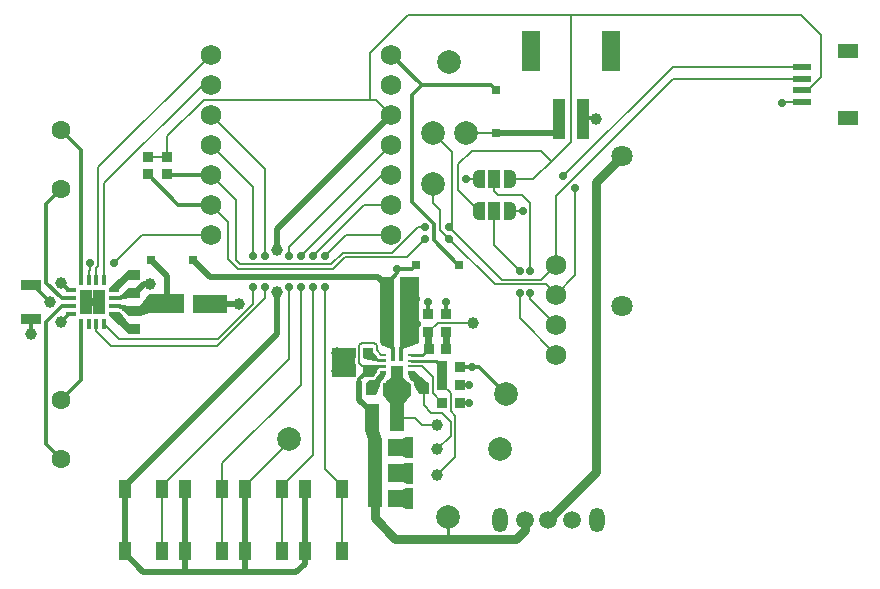
<source format=gbr>
%TF.GenerationSoftware,KiCad,Pcbnew,7.0.8*%
%TF.CreationDate,2024-01-07T13:32:43-05:00*%
%TF.ProjectId,destinationAutomation_v4.5,64657374-696e-4617-9469-6f6e4175746f,02*%
%TF.SameCoordinates,Original*%
%TF.FileFunction,Copper,L1,Top*%
%TF.FilePolarity,Positive*%
%FSLAX46Y46*%
G04 Gerber Fmt 4.6, Leading zero omitted, Abs format (unit mm)*
G04 Created by KiCad (PCBNEW 7.0.8) date 2024-01-07 13:32:43*
%MOMM*%
%LPD*%
G01*
G04 APERTURE LIST*
G04 Aperture macros list*
%AMFreePoly0*
4,1,19,0.550000,-0.750000,0.000000,-0.750000,0.000000,-0.744911,-0.071157,-0.744911,-0.207708,-0.704816,-0.327430,-0.627875,-0.420627,-0.520320,-0.479746,-0.390866,-0.500000,-0.250000,-0.500000,0.250000,-0.479746,0.390866,-0.420627,0.520320,-0.327430,0.627875,-0.207708,0.704816,-0.071157,0.744911,0.000000,0.744911,0.000000,0.750000,0.550000,0.750000,0.550000,-0.750000,0.550000,-0.750000,
$1*%
%AMFreePoly1*
4,1,19,0.000000,0.744911,0.071157,0.744911,0.207708,0.704816,0.327430,0.627875,0.420627,0.520320,0.479746,0.390866,0.500000,0.250000,0.500000,-0.250000,0.479746,-0.390866,0.420627,-0.520320,0.327430,-0.627875,0.207708,-0.704816,0.071157,-0.744911,0.000000,-0.744911,0.000000,-0.750000,-0.550000,-0.750000,-0.550000,0.750000,0.000000,0.750000,0.000000,0.744911,0.000000,0.744911,
$1*%
%AMFreePoly2*
4,1,9,-0.250000,0.372500,0.250000,0.372500,0.250000,0.750000,0.500000,0.750000,0.500000,-0.250000,-0.500000,-0.250000,-0.500000,0.750000,-0.250000,0.750000,-0.250000,0.372500,-0.250000,0.372500,$1*%
G04 Aperture macros list end*
%TA.AperFunction,SMDPad,CuDef*%
%ADD10R,0.820000X0.929000*%
%TD*%
%TA.AperFunction,SMDPad,CuDef*%
%ADD11R,0.970000X0.871000*%
%TD*%
%TA.AperFunction,SMDPad,CuDef*%
%ADD12R,0.871000X0.970000*%
%TD*%
%TA.AperFunction,ComponentPad*%
%ADD13C,2.000000*%
%TD*%
%TA.AperFunction,SMDPad,CuDef*%
%ADD14FreePoly0,180.000000*%
%TD*%
%TA.AperFunction,SMDPad,CuDef*%
%ADD15R,1.000000X1.500000*%
%TD*%
%TA.AperFunction,SMDPad,CuDef*%
%ADD16FreePoly1,180.000000*%
%TD*%
%TA.AperFunction,SMDPad,CuDef*%
%ADD17R,1.115000X1.465000*%
%TD*%
%TA.AperFunction,ComponentPad*%
%ADD18O,1.300000X2.100000*%
%TD*%
%TA.AperFunction,ComponentPad*%
%ADD19C,1.500000*%
%TD*%
%TA.AperFunction,SMDPad,CuDef*%
%ADD20R,1.500000X3.400000*%
%TD*%
%TA.AperFunction,SMDPad,CuDef*%
%ADD21R,1.000000X3.500000*%
%TD*%
%TA.AperFunction,SMDPad,CuDef*%
%ADD22C,2.000000*%
%TD*%
%TA.AperFunction,ComponentPad*%
%ADD23C,1.750000*%
%TD*%
%TA.AperFunction,ComponentPad*%
%ADD24C,1.600000*%
%TD*%
%TA.AperFunction,SMDPad,CuDef*%
%ADD25R,1.000000X1.550000*%
%TD*%
%TA.AperFunction,SMDPad,CuDef*%
%ADD26R,0.760000X0.790000*%
%TD*%
%TA.AperFunction,SMDPad,CuDef*%
%ADD27C,1.000000*%
%TD*%
%TA.AperFunction,SMDPad,CuDef*%
%ADD28R,0.790000X0.760000*%
%TD*%
%TA.AperFunction,SMDPad,CuDef*%
%ADD29R,0.929000X0.820000*%
%TD*%
%TA.AperFunction,SMDPad,CuDef*%
%ADD30R,2.914000X1.579000*%
%TD*%
%TA.AperFunction,SMDPad,CuDef*%
%ADD31R,1.800000X1.200000*%
%TD*%
%TA.AperFunction,SMDPad,CuDef*%
%ADD32R,1.550000X0.600000*%
%TD*%
%TA.AperFunction,SMDPad,CuDef*%
%ADD33R,0.550000X0.250000*%
%TD*%
%TA.AperFunction,SMDPad,CuDef*%
%ADD34R,0.350000X1.000000*%
%TD*%
%TA.AperFunction,SMDPad,CuDef*%
%ADD35FreePoly2,180.000000*%
%TD*%
%TA.AperFunction,SMDPad,CuDef*%
%ADD36R,1.700000X0.900000*%
%TD*%
%TA.AperFunction,SMDPad,CuDef*%
%ADD37FreePoly0,0.000000*%
%TD*%
%TA.AperFunction,SMDPad,CuDef*%
%ADD38FreePoly1,0.000000*%
%TD*%
%TA.AperFunction,SMDPad,CuDef*%
%ADD39R,0.906000X0.337000*%
%TD*%
%TA.AperFunction,SMDPad,CuDef*%
%ADD40R,0.337000X0.906000*%
%TD*%
%TA.AperFunction,SMDPad,CuDef*%
%ADD41R,1.050000X1.050000*%
%TD*%
%TA.AperFunction,SMDPad,CuDef*%
%ADD42R,1.185000X2.215000*%
%TD*%
%TA.AperFunction,ComponentPad*%
%ADD43C,1.800000*%
%TD*%
%TA.AperFunction,ViaPad*%
%ADD44C,1.000000*%
%TD*%
%TA.AperFunction,ViaPad*%
%ADD45C,0.700000*%
%TD*%
%TA.AperFunction,Conductor*%
%ADD46C,0.200000*%
%TD*%
%TA.AperFunction,Conductor*%
%ADD47C,0.300000*%
%TD*%
%TA.AperFunction,Conductor*%
%ADD48C,0.750000*%
%TD*%
%TA.AperFunction,Conductor*%
%ADD49C,0.500000*%
%TD*%
%TA.AperFunction,Conductor*%
%ADD50C,0.600000*%
%TD*%
%TA.AperFunction,Conductor*%
%ADD51C,0.250000*%
%TD*%
G04 APERTURE END LIST*
D10*
%TO.P,R1,1*%
%TO.N,+5V_A*%
X123945000Y-114046000D03*
%TO.P,R1,2*%
%TO.N,/FB*%
X122435000Y-114046000D03*
%TD*%
%TO.P,R3,1*%
%TO.N,/COMP*%
X121292000Y-112522000D03*
%TO.P,R3,2*%
%TO.N,Net-(C7-Pad1)*%
X122802000Y-112522000D03*
%TD*%
D11*
%TO.P,C12,1*%
%TO.N,Net-(D1-K)*%
X96393000Y-109359000D03*
%TO.P,C12,2*%
%TO.N,Net-(U3-VCP)*%
X96393000Y-110859000D03*
%TD*%
%TO.P,C14,1*%
%TO.N,Net-(U3-VINT)*%
X96393000Y-106311000D03*
%TO.P,C14,2*%
%TO.N,GND*%
X96393000Y-107811000D03*
%TD*%
D12*
%TO.P,C4,1*%
%TO.N,VCC*%
X116193000Y-114427000D03*
%TO.P,C4,2*%
%TO.N,GND*%
X114693000Y-114427000D03*
%TD*%
D13*
%TO.P,TP12,1,1*%
%TO.N,GND*%
X127381000Y-121031000D03*
%TD*%
D14*
%TO.P,JP2,1,A*%
%TO.N,+3V3*%
X128173000Y-98171000D03*
D15*
%TO.P,JP2,2,C*%
%TO.N,/OLED2*%
X126873000Y-98171000D03*
D16*
%TO.P,JP2,3,B*%
%TO.N,GND*%
X125573000Y-98171000D03*
%TD*%
D17*
%TO.P,C11,1*%
%TO.N,+5V_A*%
X117768000Y-107188000D03*
%TO.P,C11,2*%
%TO.N,GND*%
X119468000Y-107188000D03*
%TD*%
D11*
%TO.P,C7,1*%
%TO.N,Net-(C7-Pad1)*%
X122809000Y-111113000D03*
%TO.P,C7,2*%
%TO.N,GND*%
X122809000Y-109613000D03*
%TD*%
D18*
%TO.P,SW1,*%
%TO.N,*%
X127345000Y-127000000D03*
X135545000Y-127000000D03*
D19*
%TO.P,SW1,1,A*%
%TO.N,VCC*%
X129445000Y-127000000D03*
%TO.P,SW1,2,B*%
%TO.N,Net-(J1-Pin_1)*%
X131445000Y-127000000D03*
%TO.P,SW1,3,C*%
%TO.N,unconnected-(SW1-C-Pad3)*%
X133445000Y-127000000D03*
%TD*%
D12*
%TO.P,C6,1*%
%TO.N,Net-(U2-VCC)*%
X122440000Y-117094000D03*
%TO.P,C6,2*%
%TO.N,GND*%
X123940000Y-117094000D03*
%TD*%
D17*
%TO.P,C10,1*%
%TO.N,+5V_A*%
X117768000Y-109347000D03*
%TO.P,C10,2*%
%TO.N,GND*%
X119468000Y-109347000D03*
%TD*%
D11*
%TO.P,C8,1*%
%TO.N,/COMP*%
X121285000Y-111113000D03*
%TO.P,C8,2*%
%TO.N,GND*%
X121285000Y-109613000D03*
%TD*%
D20*
%TO.P,J2,*%
%TO.N,*%
X136700000Y-87331000D03*
X130000000Y-87331000D03*
D21*
%TO.P,J2,1,Pin_1*%
%TO.N,GND*%
X134350000Y-93081000D03*
%TO.P,J2,2,Pin_2*%
%TO.N,/Vout_D*%
X132350000Y-93081000D03*
%TD*%
D22*
%TO.P,TP2,1,1*%
%TO.N,VCC*%
X122936000Y-126746000D03*
%TD*%
%TO.P,TP4,1,1*%
%TO.N,/Vout_D*%
X124460000Y-94234000D03*
%TD*%
D23*
%TO.P,U1,1,D0*%
%TO.N,/M1_IN2*%
X102870000Y-87630000D03*
%TO.P,U1,2,D1*%
%TO.N,/M1_IN1*%
X102870000Y-90170000D03*
%TO.P,U1,3,D2*%
%TO.N,/M2_IN1*%
X102870000Y-92710000D03*
%TO.P,U1,4,D3*%
%TO.N,/M2_IN2*%
X102870000Y-95250000D03*
%TO.P,U1,5,SDA*%
%TO.N,/SDA*%
X102870000Y-97790000D03*
%TO.P,U1,6,SCL*%
%TO.N,/SCL*%
X102870000Y-100330000D03*
%TO.P,U1,7,D6*%
%TO.N,/DRV_SLEEP*%
X102870000Y-102870000D03*
%TO.P,U1,8,D7*%
%TO.N,/SW5*%
X118110000Y-102870000D03*
%TO.P,U1,9,SCK*%
%TO.N,/SW4*%
X118110000Y-100330000D03*
%TO.P,U1,10,MISO*%
%TO.N,/SW3*%
X118110000Y-97790000D03*
%TO.P,U1,11,MOSI*%
%TO.N,/SW2*%
X118110000Y-95250000D03*
%TO.P,U1,12,3V3*%
%TO.N,+3V3*%
X118110000Y-92710000D03*
%TO.P,U1,13,GND*%
%TO.N,GND*%
X118110000Y-90170000D03*
%TO.P,U1,14,VIN*%
%TO.N,+5V_B*%
X118110000Y-87630000D03*
%TD*%
D24*
%TO.P,J5,1,Pin_1*%
%TO.N,/M2_OUT1*%
X90170000Y-116880000D03*
%TO.P,J5,2,Pin_2*%
%TO.N,/M2_OUT2*%
X90170000Y-121880000D03*
%TD*%
D25*
%TO.P,SW3,1*%
%TO.N,+3V3*%
X100635000Y-129625000D03*
%TO.P,SW3,2*%
X100635000Y-124375000D03*
%TO.P,SW3,3*%
%TO.N,/SW3*%
X103835000Y-129625000D03*
%TO.P,SW3,4*%
X103835000Y-124375000D03*
%TD*%
D17*
%TO.P,C2,1*%
%TO.N,VCC*%
X116752000Y-123063000D03*
%TO.P,C2,2*%
%TO.N,GND*%
X118452000Y-123063000D03*
%TD*%
D26*
%TO.P,D3,1,K*%
%TO.N,+5V_B*%
X123852000Y-105410000D03*
%TO.P,D3,2,A*%
%TO.N,+5V_A*%
X120242000Y-105410000D03*
%TD*%
D22*
%TO.P,TP6,1,1*%
%TO.N,/SCL*%
X121666000Y-98552000D03*
%TD*%
D12*
%TO.P,C5,1*%
%TO.N,/SW*%
X117906000Y-115951000D03*
%TO.P,C5,2*%
%TO.N,Net-(U2-BOOT)*%
X116406000Y-115951000D03*
%TD*%
D10*
%TO.P,R4,1*%
%TO.N,/ILIM*%
X116198000Y-112903000D03*
%TO.P,R4,2*%
%TO.N,GND*%
X114688000Y-112903000D03*
%TD*%
%TO.P,R5,1*%
%TO.N,/SW*%
X119387000Y-115951000D03*
%TO.P,R5,2*%
%TO.N,/FSW*%
X120897000Y-115951000D03*
%TD*%
D27*
%TO.P,TP7,1,1*%
%TO.N,/SW*%
X122047000Y-118999000D03*
%TD*%
%TO.P,TP9,1,1*%
%TO.N,/FB*%
X122047000Y-123190000D03*
%TD*%
D17*
%TO.P,C1,1*%
%TO.N,VCC*%
X116752000Y-120904000D03*
%TO.P,C1,2*%
%TO.N,GND*%
X118452000Y-120904000D03*
%TD*%
D22*
%TO.P,TP5,1,1*%
%TO.N,/SDA*%
X121666000Y-94234000D03*
%TD*%
D28*
%TO.P,D2,1,K*%
%TO.N,/Vout_D*%
X127000000Y-94234000D03*
%TO.P,D2,2,A*%
%TO.N,+5V_B*%
X127000000Y-90624000D03*
%TD*%
D29*
%TO.P,R7,1*%
%TO.N,+3V3*%
X97536000Y-96273000D03*
%TO.P,R7,2*%
%TO.N,/SCL*%
X97536000Y-97783000D03*
%TD*%
D17*
%TO.P,C3,1*%
%TO.N,VCC*%
X116752000Y-125222000D03*
%TO.P,C3,2*%
%TO.N,GND*%
X118452000Y-125222000D03*
%TD*%
D25*
%TO.P,SW2,1*%
%TO.N,+3V3*%
X95555000Y-129625000D03*
%TO.P,SW2,2*%
X95555000Y-124375000D03*
%TO.P,SW2,3*%
%TO.N,/SW2*%
X98755000Y-129625000D03*
%TO.P,SW2,4*%
X98755000Y-124375000D03*
%TD*%
D30*
%TO.P,C13,1*%
%TO.N,Net-(D1-K)*%
X99116000Y-108712000D03*
%TO.P,C13,2*%
%TO.N,GND*%
X102814000Y-108712000D03*
%TD*%
D27*
%TO.P,TP8,1,1*%
%TO.N,/FSW*%
X122047000Y-121031000D03*
%TD*%
D31*
%TO.P,J3,*%
%TO.N,*%
X156815000Y-92970000D03*
X156815000Y-87370000D03*
D32*
%TO.P,J3,1,Pin_1*%
%TO.N,GND*%
X152940000Y-91670000D03*
%TO.P,J3,2,Pin_2*%
%TO.N,+3V3*%
X152940000Y-90670000D03*
%TO.P,J3,3,Pin_3*%
%TO.N,/SDA*%
X152940000Y-89670000D03*
%TO.P,J3,4,Pin_4*%
%TO.N,/SCL*%
X152940000Y-88670000D03*
%TD*%
D22*
%TO.P,TP3,1,1*%
%TO.N,+3V3*%
X109474000Y-120142000D03*
%TD*%
D25*
%TO.P,SW4,1*%
%TO.N,+3V3*%
X105715000Y-129625000D03*
%TO.P,SW4,2*%
X105715000Y-124375000D03*
%TO.P,SW4,3*%
%TO.N,/SW4*%
X108915000Y-129625000D03*
%TO.P,SW4,4*%
X108915000Y-124375000D03*
%TD*%
D33*
%TO.P,U2,1,FSW*%
%TO.N,/FSW*%
X119793000Y-114542000D03*
%TO.P,U2,2,VCC*%
%TO.N,Net-(U2-VCC)*%
X119793000Y-114042000D03*
%TO.P,U2,3,FB*%
%TO.N,/FB*%
X119793000Y-113542000D03*
%TO.P,U2,4,COMP*%
%TO.N,/COMP*%
X119793000Y-113042000D03*
D34*
%TO.P,U2,5,GND*%
%TO.N,GND*%
X118968000Y-113092000D03*
%TO.P,U2,6,VOUT*%
%TO.N,+5V_A*%
X118268000Y-113092000D03*
D33*
%TO.P,U2,7,EN*%
%TO.N,VCC*%
X117443000Y-113042000D03*
%TO.P,U2,8,ILIM*%
%TO.N,/ILIM*%
X117443000Y-113542000D03*
%TO.P,U2,9,VIN*%
%TO.N,VCC*%
X117443000Y-114042000D03*
%TO.P,U2,10,BOOT*%
%TO.N,Net-(U2-BOOT)*%
X117443000Y-114542000D03*
D35*
%TO.P,U2,11,SW*%
%TO.N,/SW*%
X118618000Y-114242000D03*
%TD*%
D36*
%TO.P,R6,1*%
%TO.N,Net-(U3-AISEN)*%
X87630000Y-107135000D03*
%TO.P,R6,2*%
%TO.N,GND*%
X87630000Y-110035000D03*
%TD*%
D22*
%TO.P,TP1,1,1*%
%TO.N,+5V_A*%
X127889000Y-116332000D03*
%TD*%
D37*
%TO.P,JP1,1,A*%
%TO.N,+3V3*%
X125573000Y-100838000D03*
D15*
%TO.P,JP1,2,C*%
%TO.N,/OLED1*%
X126873000Y-100838000D03*
D38*
%TO.P,JP1,3,B*%
%TO.N,GND*%
X128173000Y-100838000D03*
%TD*%
D24*
%TO.P,J4,1,Pin_1*%
%TO.N,/M1_OUT1*%
X90170000Y-94020000D03*
%TO.P,J4,2,Pin_2*%
%TO.N,/M1_OUT2*%
X90170000Y-99020000D03*
%TD*%
D29*
%TO.P,R8,1*%
%TO.N,+3V3*%
X99187000Y-97783000D03*
%TO.P,R8,2*%
%TO.N,/SDA*%
X99187000Y-96273000D03*
%TD*%
D26*
%TO.P,D1,1,K*%
%TO.N,Net-(D1-K)*%
X97763000Y-105029000D03*
%TO.P,D1,2,A*%
%TO.N,+5V_A*%
X101373000Y-105029000D03*
%TD*%
D17*
%TO.P,C9,1*%
%TO.N,+5V_A*%
X117768000Y-111506000D03*
%TO.P,C9,2*%
%TO.N,GND*%
X119468000Y-111506000D03*
%TD*%
D23*
%TO.P,U7,1,VCC*%
%TO.N,/OLED1*%
X132080000Y-113030000D03*
%TO.P,U7,2,GND*%
%TO.N,/OLED2*%
X132080000Y-110490000D03*
%TO.P,U7,3,SCL*%
%TO.N,/SCL*%
X132080000Y-107950000D03*
%TO.P,U7,4,SDA*%
%TO.N,/SDA*%
X132080000Y-105410000D03*
%TD*%
D39*
%TO.P,U3,1,AISEN*%
%TO.N,Net-(U3-AISEN)*%
X91005000Y-107610000D03*
%TO.P,U3,2,AOUT2*%
%TO.N,/M1_OUT2*%
X91005000Y-108260000D03*
%TO.P,U3,3,BOUT2*%
%TO.N,/M2_OUT2*%
X91005000Y-108910000D03*
%TO.P,U3,4,BISEN*%
%TO.N,Net-(U3-AISEN)*%
X91005000Y-109560000D03*
D40*
%TO.P,U3,5,BOUT1*%
%TO.N,/M2_OUT1*%
X91862000Y-110417000D03*
%TO.P,U3,6,nFAULT*%
%TO.N,unconnected-(U3-nFAULT-Pad6)*%
X92512000Y-110417000D03*
%TO.P,U3,7,BIN1*%
%TO.N,/M2_IN1*%
X93162000Y-110417000D03*
%TO.P,U3,8,BIN2*%
%TO.N,/M2_IN2*%
X93812000Y-110417000D03*
D39*
%TO.P,U3,9,VCP*%
%TO.N,Net-(U3-VCP)*%
X94669000Y-109560000D03*
%TO.P,U3,10,VM*%
%TO.N,Net-(D1-K)*%
X94669000Y-108910000D03*
%TO.P,U3,11,GND*%
%TO.N,GND*%
X94669000Y-108260000D03*
%TO.P,U3,12,VINT*%
%TO.N,Net-(U3-VINT)*%
X94669000Y-107610000D03*
D40*
%TO.P,U3,13,AIN2*%
%TO.N,/M1_IN1*%
X93812000Y-106753000D03*
%TO.P,U3,14,AIN1*%
%TO.N,/M1_IN2*%
X93162000Y-106753000D03*
%TO.P,U3,15,nSLEEP*%
%TO.N,/DRV_SLEEP*%
X92512000Y-106753000D03*
%TO.P,U3,16,AOUT1*%
%TO.N,/M1_OUT1*%
X91862000Y-106753000D03*
D41*
%TO.P,U3,17,PPAD*%
%TO.N,GND*%
X93362000Y-108060000D03*
X92312000Y-108060000D03*
X93362000Y-109110000D03*
X92312000Y-109110000D03*
%TD*%
D25*
%TO.P,SW5,1*%
%TO.N,+3V3*%
X110795000Y-129625000D03*
%TO.P,SW5,2*%
X110795000Y-124375000D03*
%TO.P,SW5,3*%
%TO.N,/SW5*%
X113995000Y-129625000D03*
%TO.P,SW5,4*%
X113995000Y-124375000D03*
%TD*%
D27*
%TO.P,TP10,1,1*%
%TO.N,/COMP*%
X125095000Y-110363000D03*
%TD*%
D13*
%TO.P,TP11,1,1*%
%TO.N,GND*%
X123063000Y-88265000D03*
%TD*%
D10*
%TO.P,R2,1*%
%TO.N,/FB*%
X122435000Y-115570000D03*
%TO.P,R2,2*%
%TO.N,GND*%
X123945000Y-115570000D03*
%TD*%
D42*
%TO.P,L1,1*%
%TO.N,VCC*%
X116488000Y-118364000D03*
%TO.P,L1,2*%
%TO.N,/SW*%
X118618000Y-118364000D03*
%TD*%
D43*
%TO.P,J1,1,Pin_1*%
%TO.N,Net-(J1-Pin_1)*%
X137709000Y-96200000D03*
%TO.P,J1,2,Pin_2*%
%TO.N,GND*%
X137709000Y-108900000D03*
%TD*%
D44*
%TO.N,GND*%
X97726500Y-107061000D03*
X113538000Y-114427000D03*
D45*
X120281700Y-110426500D03*
D44*
X105219500Y-108712000D03*
X113538000Y-112903000D03*
D45*
X93472000Y-107950000D03*
X119634000Y-123571000D03*
X124714000Y-117094000D03*
X120269000Y-108292900D03*
X119634000Y-121412000D03*
X119634000Y-125730000D03*
D44*
X135509000Y-93091000D03*
D45*
X119634000Y-120396000D03*
X122809000Y-108585000D03*
X124714000Y-115570000D03*
X129271500Y-100838000D03*
X92202000Y-109220000D03*
X121285000Y-108585000D03*
D44*
X87630000Y-111252000D03*
D45*
X92202000Y-107950000D03*
X92837000Y-108585000D03*
X124460000Y-98171000D03*
X119634000Y-124714000D03*
X151257000Y-91694000D03*
X93472000Y-109220000D03*
X119634000Y-122555000D03*
D44*
%TO.N,+3V3*%
X108457765Y-104140000D03*
X108458000Y-107696000D03*
D45*
%TO.N,/OLED1*%
X129021497Y-107823000D03*
X129021497Y-105918000D03*
%TO.N,/OLED2*%
X129921000Y-105918000D03*
X129921000Y-107823000D03*
%TO.N,/SW2*%
X109474000Y-104648000D03*
X109474000Y-107315000D03*
%TO.N,/SW4*%
X111506000Y-104648000D03*
X111506000Y-107315000D03*
D44*
%TO.N,Net-(U3-AISEN)*%
X90170000Y-106934000D03*
X90170000Y-110236000D03*
X89281000Y-108585000D03*
D45*
%TO.N,/M2_IN1*%
X107442000Y-104648000D03*
X107442000Y-107315000D03*
%TO.N,/M2_IN2*%
X106426000Y-107315000D03*
X106426000Y-104648000D03*
%TO.N,/DRV_SLEEP*%
X94640400Y-105283000D03*
X92659200Y-105283000D03*
%TO.N,/SW3*%
X110490000Y-104648000D03*
X110490000Y-107315000D03*
%TO.N,/SW5*%
X112522000Y-107315000D03*
X112522000Y-104648000D03*
%TO.N,/SDA*%
X123063000Y-102235000D03*
X121031000Y-102235000D03*
%TO.N,/SCL*%
X132715000Y-97917000D03*
X133731000Y-98933000D03*
X121031000Y-103251000D03*
X123063000Y-103251000D03*
%TO.N,+5V_A*%
X124968000Y-114046000D03*
X118642629Y-105791000D03*
%TD*%
D46*
%TO.N,VCC*%
X116910500Y-112211500D02*
X116713000Y-112014000D01*
X115688000Y-112014000D02*
X115440000Y-112262000D01*
X117270000Y-113042000D02*
X116910500Y-112682500D01*
D47*
X115443000Y-115127000D02*
X115443000Y-115362000D01*
D46*
X116713000Y-112014000D02*
X115688000Y-112014000D01*
D48*
X129445000Y-127857000D02*
X129445000Y-127000000D01*
X116752000Y-125222000D02*
X116752000Y-126912000D01*
D49*
X115443000Y-116840000D02*
X116488000Y-117885000D01*
D50*
X116488000Y-118364000D02*
X116488000Y-117885000D01*
D46*
X117443000Y-113042000D02*
X117270000Y-113042000D01*
D49*
X115443000Y-115362000D02*
X115443000Y-116840000D01*
D47*
X115443000Y-115127000D02*
X116143000Y-114427000D01*
D48*
X116752000Y-126912000D02*
X118463717Y-128623717D01*
X122936000Y-128623717D02*
X128678283Y-128623717D01*
D51*
X122936000Y-126746000D02*
X122936000Y-128623717D01*
D46*
X115440000Y-113724000D02*
X116143000Y-114427000D01*
D48*
X118463717Y-128623717D02*
X122936000Y-128623717D01*
X128678283Y-128623717D02*
X129445000Y-127857000D01*
D46*
X115440000Y-112262000D02*
X115440000Y-113724000D01*
X116910500Y-112682500D02*
X116910500Y-112211500D01*
D47*
%TO.N,GND*%
X135438000Y-93020000D02*
X134350000Y-93020000D01*
D49*
X97726500Y-107061000D02*
X97220000Y-107061000D01*
D47*
X87630000Y-111252000D02*
X87630000Y-110035000D01*
D46*
X152940000Y-91670000D02*
X151281000Y-91670000D01*
D51*
X123763000Y-117094000D02*
X124714000Y-117094000D01*
D49*
X102814000Y-108712000D02*
X105219500Y-108712000D01*
X97220000Y-107061000D02*
X96393000Y-107888000D01*
D46*
X151281000Y-91670000D02*
X151257000Y-91694000D01*
D47*
X122809000Y-109663000D02*
X122809000Y-108585000D01*
D46*
X128173000Y-100838000D02*
X129271500Y-100838000D01*
X125573000Y-98171000D02*
X124460000Y-98171000D01*
D51*
X123813000Y-115570000D02*
X124714000Y-115570000D01*
D47*
X135509000Y-93091000D02*
X135438000Y-93020000D01*
X121285000Y-109663000D02*
X121285000Y-108585000D01*
D49*
%TO.N,+3V3*%
X97155000Y-131445000D02*
X100584000Y-131445000D01*
D46*
X99187000Y-94541299D02*
X102288299Y-91440000D01*
X133223000Y-84279000D02*
X119556000Y-84279000D01*
D49*
X110795000Y-130759000D02*
X110795000Y-129625000D01*
X100635000Y-124375000D02*
X100635000Y-129625000D01*
D46*
X116332000Y-91440000D02*
X116840000Y-91440000D01*
X153451198Y-90670000D02*
X154559000Y-89562198D01*
D49*
X100635000Y-129625000D02*
X100635000Y-131394000D01*
X110795000Y-124375000D02*
X110795000Y-129625000D01*
D46*
X102288299Y-91440000D02*
X116332000Y-91440000D01*
X116840000Y-91440000D02*
X118110000Y-92710000D01*
D49*
X108457765Y-104140000D02*
X108457765Y-102362235D01*
D46*
X131826000Y-96520000D02*
X130175000Y-98171000D01*
D49*
X108458000Y-107696000D02*
X108458000Y-111252000D01*
D46*
X152940000Y-90670000D02*
X153451198Y-90670000D01*
X131826000Y-96520000D02*
X133350000Y-94996000D01*
X109474000Y-120142000D02*
X109474000Y-120396000D01*
D49*
X95555000Y-129625000D02*
X95555000Y-129845000D01*
X105715000Y-124375000D02*
X105715000Y-129625000D01*
D46*
X119556000Y-84279000D02*
X116332000Y-87503000D01*
D49*
X105715000Y-131369000D02*
X105791000Y-131445000D01*
D46*
X125573000Y-100838000D02*
X123810000Y-99075000D01*
D49*
X105715000Y-129625000D02*
X105715000Y-131369000D01*
X95555000Y-129845000D02*
X97155000Y-131445000D01*
D46*
X154559000Y-85979000D02*
X152859000Y-84279000D01*
X130810000Y-95758000D02*
X131699000Y-96647000D01*
X105715000Y-124155000D02*
X105715000Y-124375000D01*
X154559000Y-89562198D02*
X154559000Y-85979000D01*
X99187000Y-96278000D02*
X99187000Y-94541299D01*
D49*
X95555000Y-124375000D02*
X95555000Y-129625000D01*
D46*
X123810000Y-96916000D02*
X124968000Y-95758000D01*
X116332000Y-87503000D02*
X116332000Y-91440000D01*
X123810000Y-99075000D02*
X123810000Y-96916000D01*
X124968000Y-95758000D02*
X130810000Y-95758000D01*
X133350000Y-84406000D02*
X133223000Y-84279000D01*
X152859000Y-84279000D02*
X133223000Y-84279000D01*
D49*
X108458000Y-111252000D02*
X95555000Y-124155000D01*
X105791000Y-131445000D02*
X110109000Y-131445000D01*
X100635000Y-131394000D02*
X100584000Y-131445000D01*
X100584000Y-131445000D02*
X105791000Y-131445000D01*
D46*
X130175000Y-98171000D02*
X128173000Y-98171000D01*
D49*
X108457765Y-102362235D02*
X118110000Y-92710000D01*
X95555000Y-124155000D02*
X95555000Y-124375000D01*
D46*
X133350000Y-94996000D02*
X133350000Y-84406000D01*
D49*
X110109000Y-131445000D02*
X110795000Y-130759000D01*
D46*
X109474000Y-120396000D02*
X105715000Y-124155000D01*
X97536000Y-96278000D02*
X99187000Y-96278000D01*
%TO.N,/OLED1*%
X129021497Y-105918000D02*
X126873000Y-103769503D01*
X129021497Y-107823000D02*
X129021497Y-109971497D01*
X129021497Y-109971497D02*
X132080000Y-113030000D01*
X126873000Y-103769503D02*
X126873000Y-100838000D01*
%TO.N,/OLED2*%
X129921000Y-108331000D02*
X132080000Y-110490000D01*
X126873000Y-99187000D02*
X126873000Y-97917000D01*
X129921000Y-100241100D02*
X129184400Y-99504500D01*
X129184400Y-99504500D02*
X127190500Y-99504500D01*
X127190500Y-99504500D02*
X126873000Y-99187000D01*
X129921000Y-105918000D02*
X129921000Y-100241100D01*
X129921000Y-107823000D02*
X129921000Y-108331000D01*
%TO.N,/SW*%
X120777000Y-118999000D02*
X120142000Y-118364000D01*
X120142000Y-118364000D02*
X118618000Y-118364000D01*
X122047000Y-118999000D02*
X120777000Y-118999000D01*
D51*
%TO.N,/COMP*%
X119793000Y-113042000D02*
X120777000Y-113042000D01*
D50*
X121285000Y-111063000D02*
X121285000Y-112510000D01*
D46*
X121369000Y-111063000D02*
X121285000Y-111063000D01*
D51*
X120777000Y-113042000D02*
X121297000Y-112522000D01*
D46*
X122069000Y-110363000D02*
X121369000Y-111063000D01*
D50*
X121285000Y-112510000D02*
X121297000Y-112522000D01*
D46*
X125095000Y-110363000D02*
X122069000Y-110363000D01*
D50*
%TO.N,Net-(C7-Pad1)*%
X122809000Y-111063000D02*
X122809000Y-112510000D01*
X122809000Y-112510000D02*
X122797000Y-112522000D01*
D46*
%TO.N,/FB*%
X123571000Y-121666000D02*
X123571000Y-118237000D01*
X123175500Y-116310500D02*
X122435000Y-115570000D01*
D51*
X121931000Y-113542000D02*
X122435000Y-114046000D01*
D46*
X122047000Y-123190000D02*
X123571000Y-121666000D01*
D51*
X119793000Y-113542000D02*
X121931000Y-113542000D01*
D46*
X123571000Y-118237000D02*
X123175500Y-117841500D01*
X123175500Y-117841500D02*
X123175500Y-116310500D01*
D48*
%TO.N,Net-(J1-Pin_1)*%
X137709000Y-96200000D02*
X135509000Y-98400000D01*
X135509000Y-122936000D02*
X131445000Y-127000000D01*
X135509000Y-98400000D02*
X135509000Y-122936000D01*
D49*
%TO.N,/Vout_D*%
X127000000Y-94234000D02*
X132086000Y-94234000D01*
D46*
X124460000Y-94234000D02*
X127000000Y-94234000D01*
D49*
X132086000Y-94234000D02*
X132350000Y-93970000D01*
D46*
%TO.N,/SW2*%
X98755000Y-124130000D02*
X109474000Y-113411000D01*
X109474000Y-103886000D02*
X118110000Y-95250000D01*
X109474000Y-104648000D02*
X109474000Y-103886000D01*
X98755000Y-124375000D02*
X98755000Y-124130000D01*
X109474000Y-113411000D02*
X109474000Y-107315000D01*
X98755000Y-129625000D02*
X98755000Y-124375000D01*
%TO.N,/SW4*%
X108915000Y-124375000D02*
X108915000Y-129625000D01*
X115824000Y-100330000D02*
X118110000Y-100330000D01*
X111506000Y-104648000D02*
X115824000Y-100330000D01*
X111506000Y-121539000D02*
X108915000Y-124130000D01*
X111506000Y-107315000D02*
X111506000Y-121539000D01*
X108915000Y-124130000D02*
X108915000Y-124375000D01*
D47*
%TO.N,/M2_OUT1*%
X91862000Y-115188000D02*
X90170000Y-116880000D01*
X91862000Y-110417000D02*
X91862000Y-115188000D01*
%TO.N,/M2_OUT2*%
X88920000Y-120630000D02*
X90170000Y-121880000D01*
X90252000Y-108910000D02*
X88920000Y-110242000D01*
X91005000Y-108910000D02*
X90252000Y-108910000D01*
X88920000Y-110242000D02*
X88920000Y-120630000D01*
%TO.N,/M1_OUT1*%
X91862000Y-106753000D02*
X91862000Y-95712000D01*
X91862000Y-95712000D02*
X90170000Y-94020000D01*
%TO.N,/M1_OUT2*%
X88900000Y-100290000D02*
X90170000Y-99020000D01*
X90216250Y-108260000D02*
X88900000Y-106943750D01*
X91005000Y-108260000D02*
X90216250Y-108260000D01*
X88900000Y-106943750D02*
X88900000Y-100290000D01*
D46*
%TO.N,/FSW*%
X120892000Y-117336000D02*
X120892000Y-115951000D01*
X122047000Y-121031000D02*
X123171000Y-119907000D01*
X123171000Y-118726000D02*
X122428000Y-117983000D01*
X121539000Y-117983000D02*
X120892000Y-117336000D01*
X123171000Y-119907000D02*
X123171000Y-118726000D01*
X122428000Y-117983000D02*
X121539000Y-117983000D01*
%TO.N,Net-(U2-VCC)*%
X121666000Y-114935000D02*
X121666000Y-116320000D01*
X121666000Y-116320000D02*
X122440000Y-117094000D01*
X120773000Y-114042000D02*
X121666000Y-114935000D01*
X119793000Y-114042000D02*
X120773000Y-114042000D01*
D47*
%TO.N,Net-(U3-AISEN)*%
X91005000Y-107610000D02*
X90846000Y-107610000D01*
X90846000Y-107610000D02*
X90170000Y-106934000D01*
X87831000Y-107135000D02*
X87630000Y-107135000D01*
X91005000Y-109560000D02*
X90846000Y-109560000D01*
X90846000Y-109560000D02*
X90170000Y-110236000D01*
X89281000Y-108585000D02*
X87831000Y-107135000D01*
D46*
%TO.N,/M2_IN1*%
X93162000Y-111070000D02*
X94422000Y-112330000D01*
X94422000Y-112330000D02*
X103373685Y-112330000D01*
X93162000Y-110417000D02*
X93162000Y-111070000D01*
X103373685Y-112330000D02*
X107442000Y-108261685D01*
X107442000Y-108261685D02*
X107442000Y-107315000D01*
X107442000Y-104648000D02*
X107442000Y-97282000D01*
X107442000Y-97282000D02*
X102870000Y-92710000D01*
%TO.N,/M2_IN2*%
X106426000Y-108712000D02*
X106426000Y-107315000D01*
X106426000Y-98806000D02*
X102870000Y-95250000D01*
X103438000Y-111700000D02*
X106426000Y-108712000D01*
X106426000Y-104648000D02*
X106426000Y-98806000D01*
X93812000Y-110417000D02*
X95095000Y-111700000D01*
X95095000Y-111700000D02*
X103438000Y-111700000D01*
%TO.N,/M1_IN1*%
X102164500Y-90170000D02*
X102870000Y-90170000D01*
X93812000Y-98522500D02*
X102164500Y-90170000D01*
X93812000Y-106753000D02*
X93812000Y-98522500D01*
%TO.N,/M1_IN2*%
X93162000Y-105699439D02*
X93309200Y-105552239D01*
X93162000Y-106753000D02*
X93162000Y-105699439D01*
X93309200Y-97190800D02*
X102870000Y-87630000D01*
X93309200Y-105552239D02*
X93309200Y-97190800D01*
%TO.N,/DRV_SLEEP*%
X94640400Y-105283000D02*
X97053400Y-102870000D01*
X97053400Y-102870000D02*
X102870000Y-102870000D01*
X92512000Y-105989000D02*
X92512000Y-106753000D01*
X92659200Y-105283000D02*
X92659200Y-105841800D01*
X92659200Y-105841800D02*
X92512000Y-105989000D01*
%TO.N,/SW3*%
X103835000Y-122225000D02*
X110490000Y-115570000D01*
X103835000Y-124375000D02*
X103835000Y-129625000D01*
X110490000Y-115570000D02*
X110490000Y-107315000D01*
X117348000Y-97790000D02*
X118110000Y-97790000D01*
X110490000Y-104648000D02*
X117348000Y-97790000D01*
X103835000Y-124375000D02*
X103835000Y-122225000D01*
%TO.N,/SW5*%
X112522000Y-122682000D02*
X112522000Y-107315000D01*
X113995000Y-124155000D02*
X112522000Y-122682000D01*
X113995000Y-124375000D02*
X113995000Y-124155000D01*
X114300000Y-102870000D02*
X118110000Y-102870000D01*
X113995000Y-124375000D02*
X113995000Y-129625000D01*
X112522000Y-104648000D02*
X114300000Y-102870000D01*
%TO.N,/SDA*%
X114030000Y-104410000D02*
X118231701Y-104410000D01*
X141978000Y-89670000D02*
X152940000Y-89670000D01*
X105359200Y-105384600D02*
X113055400Y-105384600D01*
X123317000Y-95885000D02*
X121666000Y-94234000D01*
X118231701Y-104410000D02*
X120406701Y-102235000D01*
X132080000Y-105410000D02*
X132080000Y-99568000D01*
X130810000Y-106680000D02*
X132080000Y-105410000D01*
X102870000Y-97790000D02*
X105029000Y-99949000D01*
X132080000Y-99568000D02*
X141978000Y-89670000D01*
X123063000Y-102235000D02*
X123317000Y-101981000D01*
X105029000Y-99949000D02*
X105029000Y-105054400D01*
X127508000Y-106680000D02*
X130810000Y-106680000D01*
X120406701Y-102235000D02*
X121031000Y-102235000D01*
X123317000Y-101981000D02*
X123317000Y-95885000D01*
X123063000Y-102235000D02*
X127508000Y-106680000D01*
D47*
X99187000Y-97778000D02*
X99199000Y-97790000D01*
X99199000Y-97790000D02*
X102870000Y-97790000D01*
D46*
X105029000Y-105054400D02*
X105359200Y-105384600D01*
X113055400Y-105384600D02*
X114030000Y-104410000D01*
%TO.N,/SCL*%
X119470000Y-104810000D02*
X114195685Y-104810000D01*
X121666000Y-100203000D02*
X121666000Y-98552000D01*
X141962000Y-88670000D02*
X152940000Y-88670000D01*
X114195685Y-104810000D02*
X113221085Y-105784600D01*
X122286000Y-102474000D02*
X122286000Y-100823000D01*
X104330500Y-104921586D02*
X104330500Y-101790500D01*
D47*
X100088000Y-100330000D02*
X97536000Y-97778000D01*
D46*
X113221085Y-105784600D02*
X105193514Y-105784600D01*
X104330500Y-101790500D02*
X102870000Y-100330000D01*
X132715000Y-97917000D02*
X141962000Y-88670000D01*
D47*
X102870000Y-100330000D02*
X100088000Y-100330000D01*
D46*
X123063000Y-103251000D02*
X122286000Y-102474000D01*
X121031000Y-103251000D02*
X121029000Y-103251000D01*
X122286000Y-100823000D02*
X121666000Y-100203000D01*
X121029000Y-103251000D02*
X119470000Y-104810000D01*
X133731000Y-106299000D02*
X132080000Y-107950000D01*
X133731000Y-98933000D02*
X133731000Y-106299000D01*
X123063000Y-103251000D02*
X126892000Y-107080000D01*
X105193514Y-105784600D02*
X104330500Y-104921586D01*
X131210000Y-107080000D02*
X132080000Y-107950000D01*
X126892000Y-107080000D02*
X131210000Y-107080000D01*
D49*
%TO.N,Net-(D1-K)*%
X99116000Y-106382000D02*
X99116000Y-108712000D01*
D47*
X99758500Y-108712000D02*
X99116000Y-108712000D01*
D49*
X97763000Y-105029000D02*
X99116000Y-106382000D01*
X99116000Y-108712000D02*
X99822000Y-108712000D01*
D47*
%TO.N,+5V_A*%
X118642629Y-105791000D02*
X118642629Y-106147371D01*
X125603000Y-114046000D02*
X127889000Y-116332000D01*
X119861000Y-105791000D02*
X120242000Y-105410000D01*
X124968000Y-114046000D02*
X123945000Y-114046000D01*
X117768000Y-107022000D02*
X117768000Y-107188000D01*
D49*
X102770000Y-106426000D02*
X117006000Y-106426000D01*
X117006000Y-106426000D02*
X117768000Y-107188000D01*
X102770000Y-106426000D02*
X101373000Y-105029000D01*
D47*
X118642629Y-105791000D02*
X119861000Y-105791000D01*
X124968000Y-114046000D02*
X125603000Y-114046000D01*
X118642629Y-106147371D02*
X117768000Y-107022000D01*
%TO.N,+5V_B*%
X121731000Y-103316000D02*
X123825000Y-105410000D01*
X120700800Y-90220800D02*
X119888000Y-91033600D01*
X120700800Y-90220800D02*
X126596800Y-90220800D01*
X119888000Y-91033600D02*
X119888000Y-100102050D01*
X121731000Y-101945050D02*
X121731000Y-103316000D01*
X123825000Y-105410000D02*
X123852000Y-105410000D01*
X126596800Y-90220800D02*
X127000000Y-90624000D01*
X119888000Y-100102050D02*
X121731000Y-101945050D01*
X118110000Y-87630000D02*
X120700800Y-90220800D01*
%TD*%
%TA.AperFunction,Conductor*%
%TO.N,Net-(U3-VINT)*%
G36*
X96874632Y-105878868D02*
G01*
X96878000Y-105887000D01*
X96878000Y-106689835D01*
X96874632Y-106697967D01*
X96874031Y-106698526D01*
X96837857Y-106729871D01*
X96837853Y-106729875D01*
X96830564Y-106741218D01*
X96823334Y-106746237D01*
X96820890Y-106746500D01*
X95908000Y-106746500D01*
X95122000Y-107441499D01*
X95122000Y-107767000D01*
X95118632Y-107775132D01*
X95110500Y-107778500D01*
X94227500Y-107778500D01*
X94219368Y-107775132D01*
X94216000Y-107767000D01*
X94216000Y-107446525D01*
X94219368Y-107438393D01*
X94219668Y-107438105D01*
X95904694Y-105878560D01*
X95912505Y-105875500D01*
X96866500Y-105875500D01*
X96874632Y-105878868D01*
G37*
%TD.AperFunction*%
%TD*%
%TA.AperFunction,Conductor*%
%TO.N,Net-(U2-BOOT)*%
G36*
X117714632Y-114425368D02*
G01*
X117718000Y-114433500D01*
X117718000Y-114664307D01*
X117716804Y-114669413D01*
X117448785Y-115210341D01*
X117442157Y-115216132D01*
X117440725Y-115216514D01*
X117372762Y-115230033D01*
X117372758Y-115230035D01*
X117289900Y-115285397D01*
X117289897Y-115285400D01*
X117234535Y-115368258D01*
X117234533Y-115368262D01*
X117220000Y-115441327D01*
X117220000Y-115669397D01*
X117218804Y-115674503D01*
X116844668Y-116429606D01*
X116838040Y-116435397D01*
X116834364Y-116436000D01*
X115982000Y-116436000D01*
X115973868Y-116432632D01*
X115970500Y-116424500D01*
X115970500Y-115471214D01*
X115973868Y-115463082D01*
X115974422Y-115462564D01*
X115998666Y-115441327D01*
X116089431Y-115361816D01*
X116308004Y-115170350D01*
X116315582Y-115167500D01*
X116627681Y-115167500D01*
X116637778Y-115167101D01*
X116644631Y-115166557D01*
X116664826Y-115164145D01*
X116687032Y-115155910D01*
X116688772Y-115155418D01*
X116726240Y-115147966D01*
X116747279Y-115133906D01*
X116749672Y-115132686D01*
X116758296Y-115129489D01*
X116758295Y-115129489D01*
X116758299Y-115129488D01*
X116765796Y-115124877D01*
X116778017Y-115113543D01*
X116779446Y-115112415D01*
X116809101Y-115092601D01*
X116822196Y-115073000D01*
X116823934Y-115070960D01*
X116838881Y-115057101D01*
X117122252Y-114665791D01*
X117158368Y-114594707D01*
X117160554Y-114587962D01*
X117173000Y-114509190D01*
X117173000Y-114433500D01*
X117176368Y-114425368D01*
X117184500Y-114422000D01*
X117706500Y-114422000D01*
X117714632Y-114425368D01*
G37*
%TD.AperFunction*%
%TD*%
%TA.AperFunction,Conductor*%
%TO.N,/ILIM*%
G36*
X116556632Y-112441868D02*
G01*
X116560000Y-112450000D01*
X116560000Y-112644957D01*
X116559755Y-112647317D01*
X116555456Y-112667814D01*
X116559956Y-112703906D01*
X116560000Y-112704618D01*
X116560000Y-112711538D01*
X116563587Y-112733040D01*
X116569926Y-112783891D01*
X116572451Y-112789057D01*
X116573461Y-112792211D01*
X116574196Y-112796613D01*
X116574408Y-112797881D01*
X116598795Y-112842944D01*
X116621302Y-112888984D01*
X116621303Y-112888985D01*
X116625365Y-112893047D01*
X116627346Y-112895704D01*
X116630080Y-112900755D01*
X116630082Y-112900758D01*
X116667776Y-112935458D01*
X116914132Y-113181813D01*
X116917500Y-113189945D01*
X116917500Y-113191674D01*
X116932034Y-113264740D01*
X116932035Y-113264741D01*
X116987397Y-113347599D01*
X116987399Y-113347601D01*
X117070260Y-113402966D01*
X117143326Y-113417500D01*
X117143328Y-113417500D01*
X117706500Y-113417500D01*
X117714632Y-113420868D01*
X117718000Y-113429000D01*
X117718000Y-113655000D01*
X117714632Y-113663132D01*
X117706500Y-113666500D01*
X117166928Y-113666500D01*
X117164489Y-113666238D01*
X115799561Y-113370008D01*
X115792329Y-113364992D01*
X115790500Y-113358770D01*
X115790500Y-112450000D01*
X115793868Y-112441868D01*
X115802000Y-112438500D01*
X116548500Y-112438500D01*
X116556632Y-112441868D01*
G37*
%TD.AperFunction*%
%TD*%
%TA.AperFunction,Conductor*%
%TO.N,/FB*%
G36*
X122841632Y-113584868D02*
G01*
X122845000Y-113593000D01*
X122845000Y-116023000D01*
X122841632Y-116031132D01*
X122833500Y-116034500D01*
X122036500Y-116034500D01*
X122028368Y-116031132D01*
X122025000Y-116023000D01*
X122025000Y-113593000D01*
X122028368Y-113584868D01*
X122036500Y-113581500D01*
X122833500Y-113581500D01*
X122841632Y-113584868D01*
G37*
%TD.AperFunction*%
%TD*%
%TA.AperFunction,Conductor*%
%TO.N,Net-(D1-K)*%
G36*
X100569632Y-107925868D02*
G01*
X100573000Y-107934000D01*
X100573000Y-109490000D01*
X100569632Y-109498132D01*
X100561500Y-109501500D01*
X97659000Y-109501500D01*
X97658999Y-109501500D01*
X97658994Y-109501501D01*
X96879954Y-109793767D01*
X96875915Y-109794500D01*
X95912452Y-109794500D01*
X95904708Y-109791501D01*
X95393107Y-109325463D01*
X95391705Y-109323933D01*
X95326115Y-109237815D01*
X95320702Y-109231181D01*
X95316872Y-109226796D01*
X95304716Y-109213791D01*
X95303555Y-109212327D01*
X95302600Y-109210898D01*
X95219741Y-109155535D01*
X95219742Y-109155535D01*
X95219740Y-109155534D01*
X95219738Y-109155533D01*
X95219737Y-109155533D01*
X95206019Y-109152804D01*
X95200519Y-109150026D01*
X95122001Y-109078501D01*
X95122000Y-109078500D01*
X95121998Y-109078500D01*
X94227500Y-109078500D01*
X94219368Y-109075132D01*
X94216000Y-109067000D01*
X94216000Y-108753000D01*
X94219368Y-108744868D01*
X94227500Y-108741500D01*
X95120684Y-108741500D01*
X95123278Y-108741796D01*
X95908000Y-108923500D01*
X96878000Y-108923500D01*
X97655547Y-107926926D01*
X97663205Y-107922587D01*
X97664614Y-107922500D01*
X100561500Y-107922500D01*
X100569632Y-107925868D01*
G37*
%TD.AperFunction*%
%TD*%
%TA.AperFunction,Conductor*%
%TO.N,GND*%
G36*
X115086132Y-112441868D02*
G01*
X115089500Y-112450000D01*
X115089500Y-113686457D01*
X115089255Y-113688817D01*
X115084956Y-113709314D01*
X115089456Y-113745406D01*
X115089500Y-113746118D01*
X115089500Y-113753038D01*
X115093087Y-113774540D01*
X115099426Y-113825391D01*
X115101951Y-113830557D01*
X115102961Y-113833711D01*
X115103696Y-113838113D01*
X115103908Y-113839381D01*
X115118613Y-113866553D01*
X115123901Y-113876325D01*
X115125271Y-113881188D01*
X115128492Y-113941851D01*
X115128500Y-113942155D01*
X115128500Y-114870344D01*
X115125132Y-114878476D01*
X115114950Y-114888657D01*
X115111394Y-114895635D01*
X115106254Y-114905722D01*
X115099563Y-114911437D01*
X115096009Y-114912000D01*
X114257500Y-114912000D01*
X113111500Y-114912000D01*
X113103368Y-114908632D01*
X113100000Y-114900500D01*
X113100000Y-112453465D01*
X113103368Y-112445333D01*
X113111463Y-112441965D01*
X114278000Y-112438500D01*
X115078000Y-112438500D01*
X115086132Y-112441868D01*
G37*
%TD.AperFunction*%
%TD*%
%TA.AperFunction,Conductor*%
%TO.N,VCC*%
G36*
X117077132Y-117259868D02*
G01*
X117080500Y-117268000D01*
X117080500Y-119471499D01*
X117308930Y-120169757D01*
X117309500Y-120173333D01*
X117309500Y-125943000D01*
X117306132Y-125951132D01*
X117298000Y-125954500D01*
X116206000Y-125954500D01*
X116197868Y-125951132D01*
X116194500Y-125943000D01*
X116194500Y-120171501D01*
X115896424Y-119473663D01*
X115895500Y-119469146D01*
X115895500Y-117268000D01*
X115898868Y-117259868D01*
X115907000Y-117256500D01*
X117069000Y-117256500D01*
X117077132Y-117259868D01*
G37*
%TD.AperFunction*%
%TD*%
%TA.AperFunction,Conductor*%
%TO.N,GND*%
G36*
X120011632Y-124336368D02*
G01*
X120015000Y-124344500D01*
X120015000Y-126099500D01*
X120011632Y-126107632D01*
X120003500Y-126111000D01*
X119382330Y-126111000D01*
X119377855Y-126110094D01*
X119009500Y-125954500D01*
X119009499Y-125954500D01*
X117906000Y-125954500D01*
X117897868Y-125951132D01*
X117894500Y-125943000D01*
X117894500Y-124501000D01*
X117897868Y-124492868D01*
X117906000Y-124489500D01*
X119009498Y-124489500D01*
X119009500Y-124489500D01*
X119377855Y-124333905D01*
X119382330Y-124333000D01*
X120003500Y-124333000D01*
X120011632Y-124336368D01*
G37*
%TD.AperFunction*%
%TD*%
%TA.AperFunction,Conductor*%
%TO.N,GND*%
G36*
X96874632Y-107378868D02*
G01*
X96878000Y-107387000D01*
X96878000Y-108235000D01*
X96874632Y-108243132D01*
X96866500Y-108246500D01*
X95908000Y-108246500D01*
X95200973Y-108410213D01*
X95123278Y-108428204D01*
X95120684Y-108428500D01*
X94227500Y-108428500D01*
X94219368Y-108425132D01*
X94216000Y-108417000D01*
X94216000Y-108103000D01*
X94219368Y-108094868D01*
X94227500Y-108091500D01*
X95121999Y-108091500D01*
X95122000Y-108091500D01*
X95200523Y-108019969D01*
X95206016Y-108017195D01*
X95219740Y-108014466D01*
X95302601Y-107959101D01*
X95356668Y-107878182D01*
X95358467Y-107876091D01*
X95904708Y-107378499D01*
X95912452Y-107375500D01*
X96866500Y-107375500D01*
X96874632Y-107378868D01*
G37*
%TD.AperFunction*%
%TD*%
%TA.AperFunction,Conductor*%
%TO.N,/SW*%
G36*
X119114632Y-113995368D02*
G01*
X119118000Y-114003500D01*
X119118000Y-114992000D01*
X119573553Y-115323769D01*
X119598842Y-115342186D01*
X119602130Y-115345907D01*
X119606689Y-115354133D01*
X119611279Y-115362414D01*
X119613048Y-115365316D01*
X119614515Y-115367723D01*
X119620243Y-115376697D01*
X119620244Y-115376698D01*
X119620245Y-115376699D01*
X119690735Y-115447193D01*
X119698053Y-115452083D01*
X119698058Y-115452086D01*
X119784902Y-115488058D01*
X119791125Y-115494281D01*
X119792000Y-115498682D01*
X119792000Y-115619476D01*
X119796954Y-115658427D01*
X119797000Y-115659153D01*
X119797000Y-116411885D01*
X119794933Y-116418463D01*
X119210500Y-117256500D01*
X119210500Y-119460000D01*
X119207132Y-119468132D01*
X119199000Y-119471500D01*
X118037000Y-119471500D01*
X118028868Y-119468132D01*
X118025500Y-119460000D01*
X118025500Y-117256498D01*
X117472475Y-116438919D01*
X117470500Y-116432476D01*
X117470500Y-115712999D01*
X117470538Y-115712339D01*
X117475500Y-115669396D01*
X117475500Y-115479539D01*
X117478868Y-115471407D01*
X117484755Y-115468261D01*
X117494606Y-115466302D01*
X117502610Y-115464440D01*
X117508012Y-115462999D01*
X117513286Y-115461407D01*
X117523838Y-115458224D01*
X117610265Y-115408538D01*
X117616893Y-115402747D01*
X117677724Y-115323775D01*
X117683843Y-115311423D01*
X117687349Y-115307256D01*
X118118000Y-114992000D01*
X118118000Y-114003500D01*
X118121368Y-113995368D01*
X118129500Y-113992000D01*
X119106500Y-113992000D01*
X119114632Y-113995368D01*
G37*
%TD.AperFunction*%
%TD*%
%TA.AperFunction,Conductor*%
%TO.N,GND*%
G36*
X120519564Y-106454797D02*
G01*
X120523000Y-106462900D01*
X120523000Y-112006572D01*
X120519632Y-112014704D01*
X120516230Y-112017054D01*
X120025500Y-112238500D01*
X119143000Y-112591998D01*
X119143000Y-113580500D01*
X119139632Y-113588632D01*
X119131500Y-113592000D01*
X118804500Y-113592000D01*
X118796368Y-113588632D01*
X118793000Y-113580500D01*
X118793000Y-112593861D01*
X118793587Y-112590234D01*
X118910500Y-112238500D01*
X118910500Y-106467000D01*
X118913868Y-106458868D01*
X118922000Y-106455500D01*
X120025500Y-106455500D01*
X120511406Y-106451495D01*
X120519564Y-106454797D01*
G37*
%TD.AperFunction*%
%TD*%
%TA.AperFunction,Conductor*%
%TO.N,Net-(U3-VCP)*%
G36*
X95124435Y-109394868D02*
G01*
X95125449Y-109396029D01*
X95908000Y-110423500D01*
X96866500Y-110423500D01*
X96874632Y-110426868D01*
X96878000Y-110435000D01*
X96878000Y-111283000D01*
X96874632Y-111291132D01*
X96866500Y-111294500D01*
X95912505Y-111294500D01*
X95904694Y-111291440D01*
X94219689Y-109731914D01*
X94216009Y-109723918D01*
X94216000Y-109723474D01*
X94216000Y-109403000D01*
X94219368Y-109394868D01*
X94227500Y-109391500D01*
X95116303Y-109391500D01*
X95124435Y-109394868D01*
G37*
%TD.AperFunction*%
%TD*%
%TA.AperFunction,Conductor*%
%TO.N,GND*%
G36*
X120011632Y-122177368D02*
G01*
X120015000Y-122185500D01*
X120015000Y-123940500D01*
X120011632Y-123948632D01*
X120003500Y-123952000D01*
X119382330Y-123952000D01*
X119377855Y-123951094D01*
X119009500Y-123795500D01*
X119009499Y-123795500D01*
X117906000Y-123795500D01*
X117897868Y-123792132D01*
X117894500Y-123784000D01*
X117894500Y-122342000D01*
X117897868Y-122333868D01*
X117906000Y-122330500D01*
X119009498Y-122330500D01*
X119009500Y-122330500D01*
X119377855Y-122174905D01*
X119382330Y-122174000D01*
X120003500Y-122174000D01*
X120011632Y-122177368D01*
G37*
%TD.AperFunction*%
%TD*%
%TA.AperFunction,Conductor*%
%TO.N,VCC*%
G36*
X117127717Y-113919110D02*
G01*
X117129963Y-113919473D01*
X117130421Y-113919548D01*
X117146424Y-113921268D01*
X117146431Y-113921268D01*
X117146437Y-113921269D01*
X117154440Y-113921697D01*
X117160087Y-113922000D01*
X117706500Y-113922000D01*
X117714632Y-113925368D01*
X117718000Y-113933500D01*
X117718000Y-114155000D01*
X117714632Y-114163132D01*
X117706500Y-114166500D01*
X117143326Y-114166500D01*
X117114260Y-114172281D01*
X117070262Y-114181033D01*
X117070258Y-114181035D01*
X116987400Y-114236397D01*
X116987397Y-114236400D01*
X116932035Y-114319258D01*
X116932033Y-114319262D01*
X116917500Y-114392327D01*
X116917500Y-114509190D01*
X116915314Y-114515935D01*
X116631943Y-114907245D01*
X116624446Y-114911856D01*
X116622629Y-114912000D01*
X115769000Y-114912000D01*
X115760868Y-114908632D01*
X115757500Y-114900500D01*
X115757500Y-113953500D01*
X115760868Y-113945368D01*
X115769000Y-113942000D01*
X116628503Y-113942000D01*
X116679030Y-113939658D01*
X117125364Y-113918975D01*
X117127717Y-113919110D01*
G37*
%TD.AperFunction*%
%TD*%
%TA.AperFunction,Conductor*%
%TO.N,/FSW*%
G36*
X120071817Y-114420295D02*
G01*
X121193767Y-115388758D01*
X121303014Y-115483059D01*
X121306969Y-115490922D01*
X121307000Y-115491764D01*
X121307000Y-116404000D01*
X121303632Y-116412132D01*
X121295500Y-116415500D01*
X120493775Y-116415500D01*
X120485643Y-116412132D01*
X120483716Y-116409574D01*
X120048941Y-115625049D01*
X120047500Y-115619475D01*
X120047500Y-115461827D01*
X120032966Y-115388762D01*
X120032966Y-115388760D01*
X119977601Y-115305899D01*
X119977599Y-115305897D01*
X119936309Y-115278309D01*
X119894740Y-115250534D01*
X119894738Y-115250533D01*
X119840007Y-115239646D01*
X119832689Y-115234756D01*
X119832199Y-115233952D01*
X119519441Y-114669600D01*
X119518000Y-114664026D01*
X119518000Y-114429000D01*
X119521368Y-114420868D01*
X119529500Y-114417500D01*
X120064303Y-114417500D01*
X120071817Y-114420295D01*
G37*
%TD.AperFunction*%
%TD*%
%TA.AperFunction,Conductor*%
%TO.N,GND*%
G36*
X120011632Y-120018368D02*
G01*
X120015000Y-120026500D01*
X120015000Y-121781500D01*
X120011632Y-121789632D01*
X120003500Y-121793000D01*
X119382330Y-121793000D01*
X119377855Y-121792094D01*
X119009500Y-121636500D01*
X119009499Y-121636500D01*
X117906000Y-121636500D01*
X117897868Y-121633132D01*
X117894500Y-121625000D01*
X117894500Y-120183000D01*
X117897868Y-120174868D01*
X117906000Y-120171500D01*
X119009498Y-120171500D01*
X119009500Y-120171500D01*
X119377855Y-120015905D01*
X119382330Y-120015000D01*
X120003500Y-120015000D01*
X120011632Y-120018368D01*
G37*
%TD.AperFunction*%
%TD*%
%TA.AperFunction,Conductor*%
%TO.N,+5V_A*%
G36*
X118322132Y-106458868D02*
G01*
X118325500Y-106467000D01*
X118325500Y-112238503D01*
X118442413Y-112590234D01*
X118443000Y-112593861D01*
X118443000Y-113580500D01*
X118439632Y-113588632D01*
X118431500Y-113592000D01*
X118104500Y-113592000D01*
X118096368Y-113588632D01*
X118093000Y-113580500D01*
X118093000Y-112591999D01*
X118092999Y-112591998D01*
X117268224Y-112261621D01*
X117261928Y-112255471D01*
X117261000Y-112250946D01*
X117261000Y-112249037D01*
X117261245Y-112246677D01*
X117265542Y-112226185D01*
X117261044Y-112190098D01*
X117261000Y-112189386D01*
X117261000Y-112182461D01*
X117257410Y-112160949D01*
X117251073Y-112110107D01*
X117248549Y-112104944D01*
X117247537Y-112101785D01*
X117246592Y-112096120D01*
X117246590Y-112096116D01*
X117222204Y-112051055D01*
X117211668Y-112029501D01*
X117210500Y-112024451D01*
X117210500Y-106467000D01*
X117213868Y-106458868D01*
X117222000Y-106455500D01*
X118314000Y-106455500D01*
X118322132Y-106458868D01*
G37*
%TD.AperFunction*%
%TD*%
M02*

</source>
